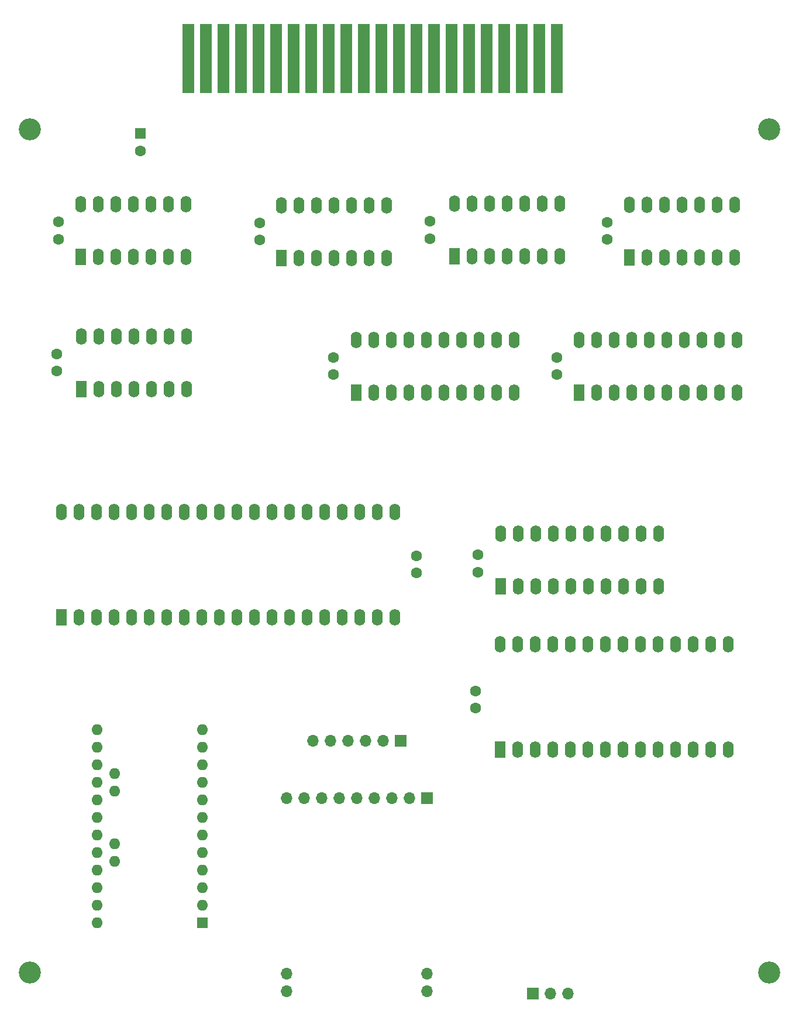
<source format=gbs>
G04 #@! TF.GenerationSoftware,KiCad,Pcbnew,(5.1.9)-1*
G04 #@! TF.CreationDate,2022-12-08T13:28:10+09:00*
G04 #@! TF.ProjectId,mz-2000,6d7a2d32-3030-4302-9e6b-696361645f70,rev?*
G04 #@! TF.SameCoordinates,PX20a6660PYbcc1c70*
G04 #@! TF.FileFunction,Soldermask,Bot*
G04 #@! TF.FilePolarity,Negative*
%FSLAX46Y46*%
G04 Gerber Fmt 4.6, Leading zero omitted, Abs format (unit mm)*
G04 Created by KiCad (PCBNEW (5.1.9)-1) date 2022-12-08 13:28:10*
%MOMM*%
%LPD*%
G01*
G04 APERTURE LIST*
%ADD10C,3.200000*%
%ADD11R,1.780000X10.000000*%
%ADD12C,1.600000*%
%ADD13R,1.700000X1.700000*%
%ADD14O,1.700000X1.700000*%
%ADD15O,1.600000X2.400000*%
%ADD16R,1.600000X2.400000*%
%ADD17R,1.600000X1.600000*%
%ADD18O,1.600000X1.600000*%
G04 APERTURE END LIST*
D10*
X4000000Y127000000D03*
X111000000Y127000000D03*
X111000000Y5000000D03*
X4000000Y5000000D03*
D11*
X26940000Y137196000D03*
X29480000Y137196000D03*
X32020000Y137196000D03*
X34560000Y137196000D03*
X37100000Y137196000D03*
X39640000Y137196000D03*
X42180000Y137196000D03*
X44720000Y137196000D03*
X47260000Y137196000D03*
X49800000Y137196000D03*
X52340000Y137196000D03*
X54880000Y137196000D03*
X57420000Y137196000D03*
X59960000Y137196000D03*
X62500000Y137196000D03*
X65040000Y137196000D03*
X67580000Y137196000D03*
X70120000Y137196000D03*
X72660000Y137196000D03*
X75200000Y137196000D03*
X77740000Y137196000D03*
X80280000Y137196000D03*
D12*
X47895000Y93980000D03*
X47895000Y91480000D03*
X80280000Y91480000D03*
X80280000Y93980000D03*
X68469000Y45720000D03*
X68469000Y43220000D03*
X59960000Y62778000D03*
X59960000Y65278000D03*
X68850000Y62905000D03*
X68850000Y65405000D03*
X61865000Y113665000D03*
X61865000Y111165000D03*
X37215000Y110965000D03*
X37215000Y113465000D03*
X87544000Y113526000D03*
X87544000Y111026000D03*
X7825000Y91969000D03*
X7825000Y94469000D03*
X8132000Y113592000D03*
X8132000Y111092000D03*
D13*
X57674000Y38481000D03*
D14*
X55134000Y38481000D03*
X52594000Y38481000D03*
X50054000Y38481000D03*
X47514000Y38481000D03*
X44974000Y38481000D03*
X81880000Y1900000D03*
X79340000Y1900000D03*
D13*
X76800000Y1900000D03*
D15*
X65421000Y116205000D03*
X80661000Y108585000D03*
X67961000Y116205000D03*
X78121000Y108585000D03*
X70501000Y116205000D03*
X75581000Y108585000D03*
X73041000Y116205000D03*
X73041000Y108585000D03*
X75581000Y116205000D03*
X70501000Y108585000D03*
X78121000Y116205000D03*
X67961000Y108585000D03*
X80661000Y116205000D03*
D16*
X65421000Y108585000D03*
X40390000Y108385000D03*
D15*
X55630000Y116005000D03*
X42930000Y108385000D03*
X53090000Y116005000D03*
X45470000Y108385000D03*
X50550000Y116005000D03*
X48010000Y108385000D03*
X48010000Y116005000D03*
X50550000Y108385000D03*
X45470000Y116005000D03*
X53090000Y108385000D03*
X42930000Y116005000D03*
X55630000Y108385000D03*
X40390000Y116005000D03*
D16*
X90719000Y108446000D03*
D15*
X105959000Y116066000D03*
X93259000Y108446000D03*
X103419000Y116066000D03*
X95799000Y108446000D03*
X100879000Y116066000D03*
X98339000Y108446000D03*
X98339000Y116066000D03*
X100879000Y108446000D03*
X95799000Y116066000D03*
X103419000Y108446000D03*
X93259000Y116066000D03*
X105959000Y108446000D03*
X90719000Y116066000D03*
D16*
X11381000Y89389000D03*
D15*
X26621000Y97009000D03*
X13921000Y89389000D03*
X24081000Y97009000D03*
X16461000Y89389000D03*
X21541000Y97009000D03*
X19001000Y89389000D03*
X19001000Y97009000D03*
X21541000Y89389000D03*
X16461000Y97009000D03*
X24081000Y89389000D03*
X13921000Y97009000D03*
X26621000Y89389000D03*
X11381000Y97009000D03*
X11307000Y116132000D03*
X26547000Y108512000D03*
X13847000Y116132000D03*
X24007000Y108512000D03*
X16387000Y116132000D03*
X21467000Y108512000D03*
X18927000Y116132000D03*
X18927000Y108512000D03*
X21467000Y116132000D03*
X16387000Y108512000D03*
X24007000Y116132000D03*
X13847000Y108512000D03*
X26547000Y116132000D03*
D16*
X11307000Y108512000D03*
X51197000Y88900000D03*
D15*
X74057000Y96520000D03*
X53737000Y88900000D03*
X71517000Y96520000D03*
X56277000Y88900000D03*
X68977000Y96520000D03*
X58817000Y88900000D03*
X66437000Y96520000D03*
X61357000Y88900000D03*
X63897000Y96520000D03*
X63897000Y88900000D03*
X61357000Y96520000D03*
X66437000Y88900000D03*
X58817000Y96520000D03*
X68977000Y88900000D03*
X56277000Y96520000D03*
X71517000Y88900000D03*
X53737000Y96520000D03*
X74057000Y88900000D03*
X51197000Y96520000D03*
X83455000Y96520000D03*
X106315000Y88900000D03*
X85995000Y96520000D03*
X103775000Y88900000D03*
X88535000Y96520000D03*
X101235000Y88900000D03*
X91075000Y96520000D03*
X98695000Y88900000D03*
X93615000Y96520000D03*
X96155000Y88900000D03*
X96155000Y96520000D03*
X93615000Y88900000D03*
X98695000Y96520000D03*
X91075000Y88900000D03*
X101235000Y96520000D03*
X88535000Y88900000D03*
X103775000Y96520000D03*
X85995000Y88900000D03*
X106315000Y96520000D03*
D16*
X83455000Y88900000D03*
X72152000Y60833000D03*
D15*
X95012000Y68453000D03*
X74692000Y60833000D03*
X92472000Y68453000D03*
X77232000Y60833000D03*
X89932000Y68453000D03*
X79772000Y60833000D03*
X87392000Y68453000D03*
X82312000Y60833000D03*
X84852000Y68453000D03*
X84852000Y60833000D03*
X82312000Y68453000D03*
X87392000Y60833000D03*
X79772000Y68453000D03*
X89932000Y60833000D03*
X77232000Y68453000D03*
X92472000Y60833000D03*
X74692000Y68453000D03*
X95012000Y60833000D03*
X72152000Y68453000D03*
D16*
X72025000Y37211000D03*
D15*
X105045000Y52451000D03*
X74565000Y37211000D03*
X102505000Y52451000D03*
X77105000Y37211000D03*
X99965000Y52451000D03*
X79645000Y37211000D03*
X97425000Y52451000D03*
X82185000Y37211000D03*
X94885000Y52451000D03*
X84725000Y37211000D03*
X92345000Y52451000D03*
X87265000Y37211000D03*
X89805000Y52451000D03*
X89805000Y37211000D03*
X87265000Y52451000D03*
X92345000Y37211000D03*
X84725000Y52451000D03*
X94885000Y37211000D03*
X82185000Y52451000D03*
X97425000Y37211000D03*
X79645000Y52451000D03*
X99965000Y37211000D03*
X77105000Y52451000D03*
X102505000Y37211000D03*
X74565000Y52451000D03*
X105045000Y37211000D03*
X72025000Y52451000D03*
D16*
X8525000Y56388000D03*
D15*
X56785000Y71628000D03*
X11065000Y56388000D03*
X54245000Y71628000D03*
X13605000Y56388000D03*
X51705000Y71628000D03*
X16145000Y56388000D03*
X49165000Y71628000D03*
X18685000Y56388000D03*
X46625000Y71628000D03*
X21225000Y56388000D03*
X44085000Y71628000D03*
X23765000Y56388000D03*
X41545000Y71628000D03*
X26305000Y56388000D03*
X39005000Y71628000D03*
X28845000Y56388000D03*
X36465000Y71628000D03*
X31385000Y56388000D03*
X33925000Y71628000D03*
X33925000Y56388000D03*
X31385000Y71628000D03*
X36465000Y56388000D03*
X28845000Y71628000D03*
X39005000Y56388000D03*
X26305000Y71628000D03*
X41545000Y56388000D03*
X23765000Y71628000D03*
X44085000Y56388000D03*
X21225000Y71628000D03*
X46625000Y56388000D03*
X18685000Y71628000D03*
X49165000Y56388000D03*
X16145000Y71628000D03*
X51705000Y56388000D03*
X13605000Y71628000D03*
X54245000Y56388000D03*
X11065000Y71628000D03*
X56785000Y56388000D03*
X8525000Y71628000D03*
D13*
X61484000Y30226000D03*
D14*
X58944000Y30226000D03*
X56404000Y30226000D03*
X53864000Y30226000D03*
X51324000Y30226000D03*
X48784000Y30226000D03*
X46244000Y30226000D03*
X43704000Y30226000D03*
X41164000Y30226000D03*
X41164000Y2286000D03*
X41164000Y4826000D03*
X61484000Y2286000D03*
X61484000Y4826000D03*
D17*
X28972000Y12192000D03*
D18*
X28972000Y14732000D03*
X28972000Y17272000D03*
X13732000Y40132000D03*
X28972000Y19812000D03*
X13732000Y37592000D03*
X28972000Y22352000D03*
X13732000Y35052000D03*
X28972000Y24892000D03*
X13732000Y32512000D03*
X28972000Y27432000D03*
X13732000Y29972000D03*
X28972000Y29972000D03*
X13732000Y27432000D03*
X28972000Y32512000D03*
X13732000Y24892000D03*
X28972000Y35052000D03*
X13732000Y22352000D03*
X28972000Y37592000D03*
X13732000Y19812000D03*
X28972000Y40132000D03*
X13732000Y17272000D03*
X13732000Y14732000D03*
X13732000Y12192000D03*
X16272000Y21082000D03*
X16272000Y23622000D03*
X16272000Y31242000D03*
X16272000Y33782000D03*
D17*
X19955000Y126365000D03*
D12*
X19955000Y123865000D03*
M02*

</source>
